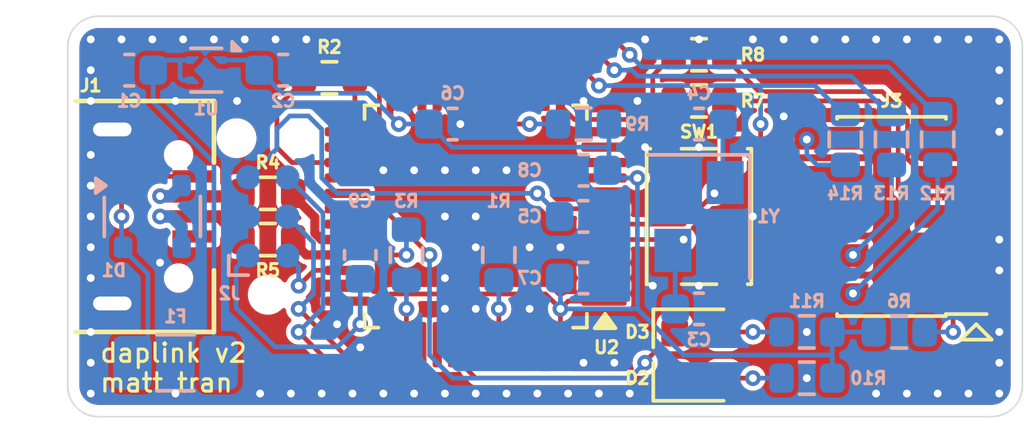
<source format=kicad_pcb>
(kicad_pcb (version 20240108) (generator "pcbnew") (generator_version "8.0")
  (layers (0 "F.Cu" signal) (31 "B.Cu" signal) (34 "B.Paste" user) (35 "F.Paste" user) (36 "B.SilkS" user "B.Silkscreen") (37 "F.SilkS" user "F.Silkscreen") (38 "B.Mask" user) (39 "F.Mask" user) (44 "Edge.Cuts" user))
  (net 0 "")
  (net 1 "+5V")
  (net 2 "GND")
  (net 3 "+3V3")
  (net 4 "Net-(U2-PD0)")
  (net 5 "Net-(U2-PD1)")
  (net 6 "/if_nrst")
  (net 7 "Net-(D1-VCC)")
  (net 8 "/usb_d-")
  (net 9 "/usb_d+")
  (net 10 "Net-(D2-A)")
  (net 11 "/led_conn")
  (net 12 "/led_status")
  (net 13 "Net-(D3-A)")
  (net 15 "/if_swdio")
  (net 16 "/if_swclk")
  (net 17 "/if_swo")
  (net 20 "Net-(J3-Pin_1)")
  (net 21 "Net-(J3-Pin_2)")
  (net 22 "Net-(J3-Pin_7)")
  (net 23 "Net-(J3-Pin_10)")
  (net 24 "Net-(J3-Pin_5)")
  (net 25 "Net-(J3-Pin_4)")
  (net 26 "/boot0")
  (net 27 "/tgt_swdio")
  (net 28 "Net-(U2-PB12)")
  (net 29 "Net-(U2-PA12)")
  (net 30 "/usb_conn")
  (net 31 "Net-(U2-PA11)")
  (net 32 "/tgt_tx")
  (net 33 "/tgt_rx")
  (net 34 "/tgt_nrst")
  (net 35 "/tgt_swclk")
  (footprint "Resistor_SMD:R_0603_1608Metric" (layer "F.Cu") (at 145.25 95.5)
    (property "Reference" "R2")
    (property "Value" "100")
  )
  (footprint "extraparts:USB_Micro-B_U254-05" (layer "F.Cu") (at 136.75 100 -90)
    (property "Reference" "J1")
    (property "Value" "USB_B_Micro")
  )
  (footprint "LED_SMD:LED_0603_1608Metric" (layer "F.Cu") (at 157.25 103.75)
    (property "Reference" "D3")
    (property "Value" "led_status")
  )
  (footprint "Resistor_SMD:R_0603_1608Metric" (layer "F.Cu") (at 157.25 96.25)
    (property "Reference" "R7")
    (property "Value" "220")
  )
  (footprint "Resistor_SMD:R_0603_1608Metric" (layer "F.Cu") (at 143.25 100.75 180)
    (property "Reference" "R5")
    (property "Value" "22")
  )
  (footprint "Package_QFP:LQFP-48_7x7mm_P0.5mm" (layer "F.Cu") (at 150 100 180)
    (property "Reference" "U2")
    (property "Value" "STM32F103CBTx")
  )
  (footprint "Button_Switch_SMD:SW_SPST_PTS810" (layer "F.Cu") (at 157.25 100 -90)
    (property "Reference" "SW1")
    (property "Value" "SW_SPST")
  )
  (footprint "Connector_PinHeader_1.27mm:PinHeader_2x05_P1.27mm_Vertical_SMD" (layer "F.Cu") (at 163.5 100 180)
    (property "Reference" "J3")
    (property "Value" "tgt_swd")
  )
  (footprint "Resistor_SMD:R_0603_1608Metric" (layer "F.Cu") (at 143.25 99.25 180)
    (property "Reference" "R4")
    (property "Value" "22")
  )
  (footprint "Resistor_SMD:R_0603_1608Metric" (layer "F.Cu") (at 157.25 94.75)
    (property "Reference" "R8")
    (property "Value" "22")
  )
  (footprint "LED_SMD:LED_0603_1608Metric" (layer "F.Cu") (at 157.25 105.25)
    (property "Reference" "D2")
    (property "Value" "led_conn")
  )
  (footprint "Resistor_SMD:R_0603_1608Metric" (layer "B.Cu") (at 160.75 103.75)
    (property "Reference" "R11")
    (property "Value" "220")
  )
  (footprint "Capacitor_SMD:C_0603_1608Metric" (layer "B.Cu") (at 153.5 98.5 180)
    (property "Reference" "C8")
    (property "Value" "100n")
  )
  (footprint "Resistor_SMD:R_0603_1608Metric" (layer "B.Cu") (at 160.75 105.25)
    (property "Reference" "R10")
    (property "Value" "220")
  )
  (footprint "Resistor_SMD:R_0603_1608Metric" (layer "B.Cu") (at 162 97.5 -90)
    (property "Reference" "R14")
    (property "Value" "22")
  )
  (footprint "Capacitor_SMD:C_0603_1608Metric" (layer "B.Cu") (at 153.5 100 180)
    (property "Reference" "C5")
    (property "Value" "100n")
  )
  (footprint "Package_DFN_QFN:UDFN-4-1EP_1x1mm_P0.65mm_EP0.48x0.48mm" (layer "B.Cu") (at 141.25 95.25 180)
    (property "Reference" "U1")
    (property "Value" "LD39020ATPU33R")
  )
  (footprint "Capacitor_SMD:C_0603_1608Metric" (layer "B.Cu") (at 157.25 103 180)
    (property "Reference" "C3")
    (property "Value" "20p")
  )
  (footprint "Capacitor_SMD:C_0603_1608Metric" (layer "B.Cu") (at 138.75 95.25 180)
    (property "Reference" "C1")
    (property "Value" "1u")
  )
  (footprint "Capacitor_SMD:C_0603_1608Metric" (layer "B.Cu") (at 146.25 101.25 90)
    (property "Reference" "C9")
    (property "Value" "100n")
  )
  (footprint "Capacitor_SMD:C_0603_1608Metric" (layer "B.Cu") (at 157.25 97 180)
    (property "Reference" "C4")
    (property "Value" "20p")
  )
  (footprint "Resistor_SMD:R_0603_1608Metric" (layer "B.Cu") (at 165 97.5 -90)
    (property "Reference" "R12")
    (property "Value" "22")
  )
  (footprint "Capacitor_SMD:C_0603_1608Metric" (layer "B.Cu") (at 153.5 102)
    (property "Reference" "C7")
    (property "Value" "100n")
  )
  (footprint "Capacitor_SMD:C_0603_1608Metric" (layer "B.Cu") (at 149.25 97)
    (property "Reference" "C6")
    (property "Value" "100n")
  )
  (footprint "Resistor_SMD:R_0603_1608Metric" (layer "B.Cu") (at 150.75 101.25 90)
    (property "Reference" "R1")
    (property "Value" "10k")
  )
  (footprint "Fuse:Fuse_1206_3216Metric" (layer "B.Cu") (at 140.25 104.75)
    (property "Reference" "F1")
    (property "Value" "500mA")
  )
  (footprint "Capacitor_SMD:C_0603_1608Metric" (layer "B.Cu") (at 143.75 95.25)
    (property "Reference" "C2")
    (property "Value" "4u7")
  )
  (footprint "Resistor_SMD:R_0603_1608Metric" (layer "B.Cu") (at 163.75 103.75)
    (property "Reference" "R6")
    (property "Value" "0")
  )
  (footprint "Connector:Tag-Connect_TC2030-IDC-NL_2x03_P1.27mm_Vertical" (layer "B.Cu") (at 143.25 100 90)
    (property "Reference" "J2")
    (property "Value" "if_swd")
  )
  (footprint "Package_TO_SOT_SMD:SOT-143" (layer "B.Cu") (at 139.5 100 -90)
    (property "Reference" "D1")
    (property "Value" "PRTR5V0U2X")
  )
  (footprint "Resistor_SMD:R_0603_1608Metric" (layer "B.Cu") (at 163.5 97.5 -90)
    (property "Reference" "R13")
    (property "Value" "22")
  )
  (footprint "Resistor_SMD:R_0603_1608Metric" (layer "B.Cu") (at 147.75 101.25 -90)
    (property "Reference" "R3")
    (property "Value" "1k5")
  )
  (footprint "Resistor_SMD:R_0603_1608Metric" (layer "B.Cu") (at 153.5 97 180)
    (property "Reference" "R9")
    (property "Value" "10k")
  )
  (footprint "Crystal:Crystal_SMD_3225-4Pin_3.2x2.5mm" (layer "B.Cu") (at 157.25 100 -90)
    (property "Reference" "Y1")
    (property "Value" "8MHz")
  )
  (gr_line (start 166.25 103.5) (end 165.75 104) (stroke (width 0.12)) (layer "F.SilkS"))
  (gr_line (start 165.75 104) (end 166.75 104) (stroke (width 0.12)) (layer "F.SilkS"))
  (gr_line (start 166.75 104) (end 166.25 103.5) (stroke (width 0.12)) (layer "F.SilkS"))
  (gr_line (start 166.75 93.5) (end 137.75 93.5) (stroke (width 0.05)) (layer "Edge.Cuts"))
  (gr_arc (start 167.75 105.5) (mid 167.457107 106.207107) (end 166.75 106.5) (stroke (width 0.05)) (layer "Edge.Cuts"))
  (gr_arc (start 137.75 106.5) (mid 137.042893 106.207107) (end 136.75 105.5) (stroke (width 0.05)) (layer "Edge.Cuts"))
  (gr_line (start 136.75 105.5) (end 136.75 94.5) (stroke (width 0.05)) (layer "Edge.Cuts"))
  (gr_arc (start 136.75 94.5) (mid 137.042893 93.792893) (end 137.75 93.5) (stroke (width 0.05)) (layer "Edge.Cuts"))
  (gr_line (start 137.75 106.5) (end 166.75 106.5) (stroke (width 0.05)) (layer "Edge.Cuts"))
  (gr_arc (start 166.75 93.5) (mid 167.457107 93.792893) (end 167.75 94.5) (stroke (width 0.05)) (layer "Edge.Cuts"))
  (gr_line (start 167.75 105.5) (end 167.75 94.5) (stroke (width 0.05)) (layer "Edge.Cuts"))
  (gr_text "daplink v2\nmatt tran" (at 137.75 105.75 0) (layer "F.SilkS") (effects (font (size 0.6 0.6) (thickness 0.1) (bold yes)) (justify left bottom)))
  (segment (start 141.5 98.25) (end 139.525 96.275) (width 0.1524) (layer "B.Cu") (net 1))
  (segment (start 140.4 94.925) (end 139.85 94.925) (width 0.1524) (layer "B.Cu") (net 1))
  (segment (start 139.85 94.925) (end 139.525 95.25) (width 0.1524) (layer "B.Cu") (net 1))
  (segment (start 139.525 96.275) (end 139.525 95.25) (width 0.1524) (layer "B.Cu") (net 1))
  (segment (start 140.475 95.575) (end 140.4 95.5) (width 0.1524) (layer "B.Cu") (net 1))
  (segment (start 141.5 104.6) (end 141.5 98.25) (width 0.1524) (layer "B.Cu") (net 1))
  (segment (start 140.71 95.575) (end 140.475 95.575) (width 0.1524) (layer "B.Cu") (net 1))
  (segment (start 140.71 94.925) (end 140.4 94.925) (width 0.1524) (layer "B.Cu") (net 1))
  (segment (start 140.4 95.5) (end 140.4 94.925) (width 0.1524) (layer "B.Cu") (net 1))
  (segment (start 141.65 104.75) (end 141.5 104.6) (width 0.1524) (layer "B.Cu") (net 1))
  (via (at 162 94.25) (size 0.508) (drill 0.254) (layers "F.Cu" "B.Cu") (net 2))
  (via (at 155.5 94.25) (size 0.508) (drill 0.254) (layers "F.Cu" "B.Cu") (net 2))
  (via (at 149 98.5) (size 0.508) (drill 0.254) (layers "F.Cu" "B.Cu") (net 2))
  (via (at 150 98.5) (size 0.508) (drill 0.254) (layers "F.Cu" "B.Cu") (net 2))
  (via (at 167 96.25) (size 0.508) (drill 0.254) (layers "F.Cu" "B.Cu") (net 2))
  (via (at 151 98.5) (size 0.508) (drill 0.254) (layers "F.Cu" "B.Cu") (net 2))
  (via (at 166 105.75) (size 0.508) (drill 0.254) (layers "F.Cu" "B.Cu") (net 2))
  (via (at 137.5 103.75) (size 0.508) (drill 0.254) (layers "F.Cu" "B.Cu") (net 2))
  (via (at 167 97.25) (size 0.508) (drill 0.254) (layers "F.Cu" "B.Cu") (net 2))
  (via (at 165 94.25) (size 0.508) (drill 0.254) (layers "F.Cu" "B.Cu") (net 2))
  (via (at 137.5 94.25) (size 0.508) (drill 0.254) (layers "F.Cu" "B.Cu") (net 2))
  (via (at 144.5 94.25) (size 0.508) (drill 0.254) (layers "F.Cu" "B.Cu") (net 2))
  (via (at 155.75 102.25) (size 0.508) (drill 0.254) (layers "F.Cu" "B.Cu") (net 2))
  (via (at 159 100) (size 0.508) (drill 0.254) (layers "F.Cu" "B.Cu") (net 2))
  (via (at 149 100) (size 0.508) (drill 0.254) (layers "F.Cu" "B.Cu") (net 2))
  (via (at 167 100.75) (size 0.508) (drill 0.254) (layers "F.Cu" "B.Cu") (net 2))
  (via (at 160.75 105.25) (size 0.508) (drill 0.254) (layers "F.Cu" "B.Cu") (net 2))
  (via (at 160.75 103.75) (size 0.508) (drill 0.254) (layers "F.Cu" "B.Cu") (net 2))
  (via (at 137.5 99) (size 0.508) (drill 0.254) (layers "F.Cu" "B.Cu") (net 2))
  (via (at 147 105.75) (size 0.508) (drill 0.254) (layers "F.Cu" "B.Cu") (net 2))
  (via (at 147 98.5) (size 0.508) (drill 0.254) (layers "F.Cu" "B.Cu") (net 2))
  (via (at 140.5 94.25) (size 0.508) (drill 0.254) (layers "F.Cu" "B.Cu") (net 2))
  (via (at 155 105.75) (size 0.508) (drill 0.254) (layers "F.Cu" "B.Cu") (net 2))
  (via (at 167 103.75) (size 0.508) (drill 0.254) (layers "F.Cu" "B.Cu") (net 2))
  (via (at 163 94.25) (size 0.508) (drill 0.254) (layers "F.Cu" "B.Cu") (net 2))
  (via (at 166 94.25) (size 0.508) (drill 0.254) (layers "F.Cu" "B.Cu") (net 2))
  (via (at 148 98.5) (size 0.508) (drill 0.254) (layers "F.Cu" "B.Cu") (net 2))
  (via (at 137.5 96.25) (size 0.508) (drill 0.254) (layers "F.Cu" "B.Cu") (net 2))
  (via (at 155.25 96.25) (size 0.508) (drill 0.254) (layers "F.Cu" "B.Cu") (net 2))
  (via (at 151.75 103) (size 0.508) (drill 0.254) (layers "F.Cu" "B.Cu") (net 2))
  (via (at 137.5 98) (size 0.508) (drill 0.254) (layers "F.Cu" "B.Cu") (net 2))
  (via (at 140.25 96.25) (size 0.508) (drill 0.254) (layers "F.Cu" "B.Cu") (net 2))
  (via (at 150 105.75) (size 0.508) (drill 0.254) (layers "F.Cu" "B.Cu") (net 2))
  (via (at 167 94.25) (size 0.508) (drill 0.254) (layers "F.Cu" "B.Cu") (net 2))
  (via (at 151.75 101) (size 0.508) (drill 0.254) (layers "F.Cu" "B.Cu") (net 2))
  (via (at 149 103) (size 0.508) (drill 0.254) (layers "F.Cu" "B.Cu") (net 2))
  (via (at 149 102) (size 0.508) (drill 0.254) (layers "F.Cu" "B.Cu") (net 2))
  (via (at 137.5 101) (size 0.508) (drill 0.254) (layers "F.Cu" "B.Cu") (net 2))
  (via (at 167 95.25) (size 0.508) (drill 0.254) (layers "F.Cu" "B.Cu") (net 2))
  (via (at 164 105.75) (size 0.508) (drill 0.254) (layers "F.Cu" "B.Cu") (net 2))
  (via (at 142.5 94.25) (size 0.508) (drill 0.254) (layers "F.Cu" "B.Cu") (net 2))
  (via (at 150 100) (size 0.508) (drill 0.254) (layers "F.Cu" "B.Cu") (net 2))
  (via (at 143.5 94.25) (size 0.508) (drill 0.254) (layers "F.Cu" "B.Cu") (net 2))
  (via (at 157.25 97.75) (size 0.508) (drill 0.254) (layers "F.Cu" "B.Cu") (net 2))
  (via (at 145.5 103.5) (size 0.508) (drill 0.254) (layers "F.Cu" "B.Cu") (net 2))
  (via (at 167 105.75) (size 0.508) (drill 0.254) (layers "F.Cu" "B.Cu") (net 2))
  (via (at 149 105.75) (size 0.508) (drill 0.254) (layers "F.Cu" "B.Cu") (net 2))
  (via (at 153.5 96.25) (size 0.508) (drill 0.254) (layers "F.Cu" "B.Cu") (net 2))
  (via (at 137.5 95.25) (size 0.508) (drill 0.254) (layers "F.Cu" "B.Cu") (net 2))
  (via (at 154 105.75) (size 0.508) (drill 0.254) (layers "F.Cu" "B.Cu") (net 2))
  (via (at 152 105.75) (size 0.508) (drill 0.254) (layers "F.Cu" "B.Cu") (net 2))
  (via (at 137.5 105.75) (size 0.508) (drill 0.254) (layers "F.Cu" "B.Cu") (net 2))
  (via (at 167 101.75) (size 0.508) (drill 0.254) (layers "F.Cu" "B.Cu") (net 2))
  (via (at 148 105.75) (size 0.508) (drill 0.254) (layers "F.Cu" "B.Cu") (net 2))
  (via (at 143 105.75) (size 0.508) (drill 0.254) (layers "F.Cu" "B.Cu") (net 2))
  (via (at 150 103) (size 0.508) (drill 0.254) (layers "F.Cu" "B.Cu") (net 2))
  (via (at 160 94.25) (size 0.508) (drill 0.254) (layers "F.Cu" "B.Cu") (net 2))
  (via (at 153 105.75) (size 0.508) (drill 0.254) (layers "F.Cu" "B.Cu") (net 2))
  (via (at 145 105.75) (size 0.508) (drill 0.254) (layers "F.Cu" "B.Cu") (net 2))
  (via (at 163 105.75) (size 0.508) (drill 0.254) (layers "F.Cu" "B.Cu") (net 2))
  (via (at 146.25 104.25) (size 0.508) (drill 0.254) (layers "F.Cu" "B.Cu") (net 2))
  (via (at 167 104.75) (size 0.508) (drill 0.254) (layers "F.Cu" "B.Cu") (net 2))
  (via (at 137.5 104.75) (size 0.508) (drill 0.254) (layers "F.Cu" "B.Cu") (net 2))
  (via (at 142.25 96.25) (size 0.508) (drill 0.254) (layers "F.Cu" "B.Cu") (net 2))
  (via (at 154.5 104.75) (size 0.508) (drill 0.254) (layers "F.Cu" "B.Cu") (net 2))
  (via (at 159 94.25) (size 0.508) (drill 0.254) (layers "F.Cu" "B.Cu") (net 2))
  (via (at 161 94.25) (size 0.508) (drill 0.254) (layers "F.Cu" "B.Cu") (net 2))
  (via (at 157.25 94.25) (size 0.508) (drill 0.254) (layers "F.Cu" "B.Cu") (net 2))
  (via (at 152.75 101) (size 0.508) (drill 0.254) (layers "F.Cu" "B.Cu") (net 2))
  (via (at 150 101) (size 0.508) (drill 0.254) (layers "F.Cu" "B.Cu") (net 2))
  (via (at 140.25 105.75) (size 0.508) (drill 0.254) (layers "F.Cu" "B.Cu") (net 2))
  (via (at 146 105.75) (size 0.508) (drill 0.254) (layers "F.Cu" "B.Cu") (net 2))
  (via (at 149.5 97) (size 0.508) (drill 0.254) (layers "F.Cu" "B.Cu") (net 2))
  (via (at 151 105.75) (size 0.508) (drill 0.254) (layers "F.Cu" "B.Cu") (net 2))
  (via (at 164 94.25) (size 0.508) (drill 0.254) (layers "F.Cu" "B.Cu") (net 2))
  (via (at 137.5 102) (size 0.508) (drill 0.254) (layers "F.Cu" "B.Cu") (net 2))
  (via (at 139.75 101.5) (size 0.508) (drill 0.254) (layers "F.Cu" "B.Cu") (net 2))
  (via (at 139.5 94.25) (size 0.508) (drill 0.254) (layers "F.Cu" "B.Cu") (net 2))
  (via (at 157.25 102.25) (size 0.508) (drill 0.254) (layers "F.Cu" "B.Cu") (net 2))
  (via (at 144 105.75) (size 0.508) (drill 0.254) (layers "F.Cu" "B.Cu") (net 2))
  (via (at 155.5 97.75) (size 0.508) (drill 0.254) (layers "F.Cu" "B.Cu") (net 2))
  (via (at 141.5 94.25) (size 0.508) (drill 0.254) (layers "F.Cu" "B.Cu") (net 2))
  (via (at 153.5 104.75) (size 0.508) (drill 0.254) (layers "F.Cu" "B.Cu") (net 2))
  (via (at 138.5 94.25) (size 0.508) (drill 0.254) (layers "F.Cu" "B.Cu") (net 2))
  (via (at 137.5 100) (size 0.508) (drill 0.254) (layers "F.Cu" "B.Cu") (net 2))
  (via (at 160 96.75) (size 0.508) (drill 0.254) (layers "F.Cu" "B.Cu") (net 2))
  (via (at 165 105.75) (size 0.508) (drill 0.254) (layers "F.Cu" "B.Cu") (net 2))
  (segment (start 152.2674 102.5174) (end 152.75 103) (width 0.1524) (layer "F.Cu") (net 3))
  (segment (start 146.25 102.75) (end 145.8375 102.75) (width 0.1524) (layer "F.Cu") (net 3))
  (segment (start 154.1625 98.75) (end 155.25 98.75) (width 0.1524) (layer "F.Cu") (net 3))
  (segment (start 147.2326 102.5174) (end 152.2674 102.5174) (width 0.1524) (layer "F.Cu") (net 3))
  (segment (start 154.1625 102.75) (end 153 102.75) (width 0.1524) (layer "F.Cu") (net 3))
  (segment (start 145.8375 102.75) (end 147 102.75) (width 0.1524) (layer "F.Cu") (net 3))
  (segment (start 152.75 104.1625) (end 152.75 103) (width 0.1524) (layer "F.Cu") (net 3))
  (segment (start 153 102.75) (end 152.75 103) (width 0.1524) (layer "F.Cu") (net 3))
  (segment (start 147 102.75) (end 147.2326 102.5174) (width 0.1524) (layer "F.Cu") (net 3))
  (segment (start 146.25 103.5) (end 146.25 102.75) (width 0.1524) (layer "F.Cu") (net 3))
  (segment (start 147.25 96.75) (end 147.25 95.8375) (width 0.1524) (layer "F.Cu") (net 3))
  (segment (start 147.5 97) (end 147.25 96.75) (width 0.1524) (layer "F.Cu") (net 3))
  (via (at 155.25 98.75) (size 0.508) (drill 0.254) (layers "F.Cu" "B.Cu") (net 3))
  (via (at 147.5 97) (size 0.508) (drill 0.254) (layers "F.Cu" "B.Cu") (net 3))
  (via (at 146.25 103.5) (size 0.508) (drill 0.254) (layers "F.Cu" "B.Cu") (net 3))
  (via (at 152.75 103) (size 0.508) (drill 0.254) (layers "F.Cu" "B.Cu") (net 3))
  (segment (start 142.221301 101.663699) (end 142.615 101.27) (width 0.1524) (layer "B.Cu") (net 3))
  (segment (start 152.75 102.025) (end 152.725 102) (width 0.1524) (layer "B.Cu") (net 3))
  (segment (start 148.475 97) (end 147.5 97) (width 0.1524) (layer "B.Cu") (net 3))
  (segment (start 161.575 104.5) (end 161.575 105.25) (width 0.1524) (layer "B.Cu") (net 3))
  (segment (start 154.325 97.75) (end 154.325 98.45) (width 0.1524) (layer "B.Cu") (net 3))
  (segment (start 154.525 98.75) (end 154.275 98.5) (width 0.1524) (layer "B.Cu") (net 3))
  (segment (start 141.79 94.925) (end 142.65 94.925) (width 0.1524) (layer "B.Cu") (net 3))
  (segment (start 154.325 97) (end 154.325 97.75) (width 0.1524) (layer "B.Cu") (net 3))
  (segment (start 142.221301 102.971301) (end 142.221301 101.663699) (width 0.1524) (layer "B.Cu") (net 3))
  (segment (start 161.575 103.75) (end 161.575 104.5) (width 0.1524) (layer "B.Cu") (net 3))
  (segment (start 155.25 103) (end 155.25 98.75) (width 0.1524) (layer "B.Cu") (net 3))
  (segment (start 146.5 96) (end 147.5 97) (width 0.1524) (layer "B.Cu") (net 3))
  (segment (start 146.25 102.025) (end 146.25 103.5) (width 0.1524) (layer "B.Cu") (net 3))
  (segment (start 143.725 96) (end 146.5 96) (width 0.1524) (layer "B.Cu") (net 3))
  (segment (start 155.25 98.75) (end 154.525 98.75) (width 0.1524) (layer "B.Cu") (net 3))
  (segment (start 162.925 103.75) (end 161.575 103.75) (width 0.1524) (layer "B.Cu") (net 3))
  (segment (start 154.325 98.45) (end 154.275 98.5) (width 0.1524) (layer "B.Cu") (net 3))
  (segment (start 152.75 103) (end 152.75 102.025) (width 0.1524) (layer "B.Cu") (net 3))
  (segment (start 161.575 104.5) (end 156.75 104.5) (width 0.1524) (layer "B.Cu") (net 3))
  (segment (start 154.325 97.75) (end 149.225 97.75) (width 0.1524) (layer "B.Cu") (net 3))
  (segment (start 146.25 103.5) (end 145.5174 104.2326) (width 0.1524) (layer "B.Cu") (net 3))
  (segment (start 143.4826 104.2326) (end 142.221301 102.971301) (width 0.1524) (layer "B.Cu") (net 3))
  (segment (start 145.5174 104.2326) (end 143.4826 104.2326) (width 0.1524) (layer "B.Cu") (net 3))
  (segment (start 149.225 97.75) (end 148.475 97) (width 0.1524) (layer "B.Cu") (net 3))
  (segment (start 152.75 103) (end 155.25 103) (width 0.1524) (layer "B.Cu") (net 3))
  (segment (start 142.975 95.25) (end 143.725 96) (width 0.1524) (layer "B.Cu") (net 3))
  (segment (start 156.75 104.5) (end 155.25 103) (width 0.1524) (layer "B.Cu") (net 3))
  (segment (start 142.65 94.925) (end 142.975 95.25) (width 0.1524) (layer "B.Cu") (net 3))
  (segment (start 154.1625 100.75) (end 156.75 100.75) (width 0.1524) (layer "F.Cu") (net 4))
  (via (at 156.75 100.75) (size 0.508) (drill 0.254) (layers "F.Cu" "B.Cu") (net 4))
  (segment (start 156.475 101.175) (end 156.4 101.1) (width 0.1524) (layer "B.Cu") (net 4))
  (segment (start 156.475 103) (end 156.475 101.175) (width 0.1524) (layer "B.Cu") (net 4))
  (segment (start 156.75 100.25) (end 157.75 99.25) (width 0.1524) (layer "F.Cu") (net 5))
  (segment (start 154.1625 100.25) (end 156.75 100.25) (width 0.1524) (layer "F.Cu") (net 5))
  (via (at 157.75 99.25) (size 0.508) (drill 0.254) (layers "F.Cu" "B.Cu") (net 5))
  (segment (start 158.025 98.825) (end 158.1 98.9) (width 0.1524) (layer "B.Cu") (net 5))
  (segment (start 158.025 97) (end 158.025 98.825) (width 0.1524) (layer "B.Cu") (net 5))
  (segment (start 152.5 99.75) (end 154.1625 99.75) (width 0.1524) (layer "F.Cu") (net 6))
  (segment (start 152 99.25) (end 152.5 99.75) (width 0.1524) (layer "F.Cu") (net 6))
  (via (at 152 99.25) (size 0.508) (drill 0.254) (layers "F.Cu" "B.Cu") (net 6))
  (segment (start 144.565849 96.7361) (end 143.966151 96.7361) (width 0.1524) (layer "B.Cu") (net 6))
  (segment (start 143.5421 97.8029) (end 142.615 98.73) (width 0.1524) (layer "B.Cu") (net 6))
  (segment (start 145 98.75) (end 145 97.170251) (width 0.1524) (layer "B.Cu") (net 6))
  (segment (start 152 99.25) (end 145.5 99.25) (width 0.1524) (layer "B.Cu") (net 6))
  (segment (start 143.5421 97.160151) (end 143.5421 97.8029) (width 0.1524) (layer "B.Cu") (net 6))
  (segment (start 152.725 100) (end 152.725 99.975) (width 0.1524) (layer "B.Cu") (net 6))
  (segment (start 152.725 99.975) (end 152 99.25) (width 0.1524) (layer "B.Cu") (net 6))
  (segment (start 145 97.170251) (end 144.565849 96.7361) (width 0.1524) (layer "B.Cu") (net 6))
  (segment (start 145.5 99.25) (end 145 98.75) (width 0.1524) (layer "B.Cu") (net 6))
  (segment (start 143.966151 96.7361) (end 143.5421 97.160151) (width 0.1524) (layer "B.Cu") (net 6))
  (segment (start 139.05 98.7) (end 140.85 98.7) (width 0.1524) (layer "F.Cu") (net 7))
  (segment (start 138.5 99.25) (end 139.05 98.7) (width 0.1524) (layer "F.Cu") (net 7))
  (segment (start 138.5 100) (end 138.5 99.25) (width 0.1524) (layer "F.Cu") (net 7))
  (via (at 138.5 100) (size 0.508) (drill 0.254) (layers "F.Cu" "B.Cu") (net 7))
  (segment (start 138.55 101.05) (end 139.3536 101.8536) (width 0.1524) (layer "B.Cu") (net 7))
  (segment (start 138.5 100.95) (end 138.55 101) (width 0.1524) (layer "B.Cu") (net 7))
  (segment (start 139.3536 101.8536) (end 139.3536 104.2464) (width 0.1524) (layer "B.Cu") (net 7))
  (segment (start 138.55 101) (end 138.55 101.05) (width 0.1524) (layer "B.Cu") (net 7))
  (segment (start 138.5 100) (end 138.5 100.95) (width 0.1524) (layer "B.Cu") (net 7))
  (segment (start 139.3536 104.2464) (end 138.85 104.75) (width 0.1524) (layer "B.Cu") (net 7))
  (segment (start 139.760403 99.35) (end 139.75 99.339597) (width 0.4) (layer "F.Cu") (net 8))
  (segment (start 142.325 99.35) (end 142.425 99.25) (width 0.4) (layer "F.Cu") (net 8))
  (segment (start 140.85 99.35) (end 139.760403 99.35) (width 0.4) (layer "F.Cu") (net 8))
  (segment (start 140.85 99.35) (end 142.325 99.35) (width 0.4) (layer "F.Cu") (net 8))
  (via (at 139.75 99.339597) (size 0.508) (drill 0.254) (layers "F.Cu" "B.Cu") (net 8))
  (segment (start 139.75 99.339597) (end 140.110403 99.339597) (width 0.4) (layer "B.Cu") (net 8))
  (segment (start 140.110403 99.339597) (end 140.45 99) (width 0.4) (layer "B.Cu") (net 8))
  (segment (start 140.85 100) (end 141.675 100) (width 0.4) (layer "F.Cu") (net 9))
  (segment (start 141.675 100) (end 142.425 100.75) (width 0.4) (layer "F.Cu") (net 9))
  (segment (start 140.85 100) (end 139.75 100) (width 0.4) (layer "F.Cu") (net 9))
  (via (at 139.75 100) (size 0.508) (drill 0.254) (layers "F.Cu" "B.Cu") (net 9))
  (segment (start 139.75 100) (end 140.125 100) (width 0.4) (layer "B.Cu") (net 9))
  (segment (start 140.45 100.325) (end 140.45 101) (width 0.4) (layer "B.Cu") (net 9))
  (segment (start 140.125 100) (end 140.45 100.325) (width 0.4) (layer "B.Cu") (net 9))
  (segment (start 158.0375 105.25) (end 159 105.25) (width 0.1524) (layer "F.Cu") (net 10))
  (via (at 159 105.25) (size 0.508) (drill 0.254) (layers "F.Cu" "B.Cu") (net 10))
  (segment (start 159 105.25) (end 159.925 105.25) (width 0.1524) (layer "B.Cu") (net 10))
  (segment (start 150 105.25) (end 149.75 105) (width 0.1524) (layer "F.Cu") (net 11))
  (segment (start 149.75 105) (end 149.75 104.1625) (width 0.1524) (layer "F.Cu") (net 11))
  (segment (start 156.4625 105.25) (end 150 105.25) (width 0.1524) (layer "F.Cu") (net 11))
  (segment (start 147 99.75) (end 148.5 101.25) (width 0.1524) (layer "F.Cu") (net 12))
  (segment (start 155.5 104.7125) (end 156.4625 103.75) (width 0.1524) (layer "F.Cu") (net 12))
  (segment (start 145.8375 99.75) (end 147 99.75) (width 0.1524) (layer "F.Cu") (net 12))
  (segment (start 155.5 104.75) (end 155.5 104.7125) (width 0.1524) (layer "F.Cu") (net 12))
  (via (at 155.5 104.75) (size 0.508) (drill 0.254) (layers "F.Cu" "B.Cu") (net 12))
  (via (at 148.5 101.25) (size 0.508) (drill 0.254) (layers "F.Cu" "B.Cu") (net 12))
  (segment (start 155 105.25) (end 149.25 105.25) (width 0.1524) (layer "B.Cu") (net 12))
  (segment (start 155.5 104.75) (end 155 105.25) (width 0.1524) (layer "B.Cu") (net 12))
  (segment (start 148.5 104.5) (end 148.5 101.25) (width 0.1524) (layer "B.Cu") (net 12))
  (segment (start 149.25 105.25) (end 148.5 104.5) (width 0.1524) (layer "B.Cu") (net 12))
  (segment (start 158.0375 103.75) (end 159 103.75) (width 0.1524) (layer "F.Cu") (net 13))
  (via (at 159 103.75) (size 0.508) (drill 0.254) (layers "F.Cu" "B.Cu") (net 13))
  (segment (start 159 103.75) (end 159.925 103.75) (width 0.1524) (layer "B.Cu") (net 13))
  (segment (start 144.75 101.75) (end 145.8375 101.75) (width 0.1524) (layer "F.Cu") (net 15))
  (segment (start 144.25 102.25) (end 144.75 101.75) (width 0.1524) (layer "F.Cu") (net 15))
  (via (at 144.25 102.25) (size 0.508) (drill 0.254) (layers "F.Cu" "B.Cu") (net 15))
  (segment (start 144.25 102.25) (end 144.25 101.635) (width 0.1524) (layer "B.Cu") (net 15))
  (segment (start 144.25 101.635) (end 143.885 101.27) (width 0.1524) (layer "B.Cu") (net 15))
  (segment (start 146.1952 104.9452) (end 144.25 103) (width 0.1524) (layer "F.Cu") (net 16))
  (segment (start 147.0548 104.9452) (end 146.1952 104.9452) (width 0.1524) (layer "F.Cu") (net 16))
  (segment (start 147.25 104.1625) (end 147.25 104.75) (width 0.1524) (layer "F.Cu") (net 16))
  (segment (start 147.25 104.75) (end 147.0548 104.9452) (width 0.1524) (layer "F.Cu") (net 16))
  (via (at 144.25 103) (size 0.508) (drill 0.254) (layers "F.Cu" "B.Cu") (net 16))
  (segment (start 144.7326 100.8476) (end 143.885 100) (width 0.1524) (layer "B.Cu") (net 16))
  (segment (start 144.25 103) (end 144.7326 102.5174) (width 0.1524) (layer "B.Cu") (net 16))
  (segment (start 144.7326 102.5174) (end 144.7326 100.8476) (width 0.1524) (layer "B.Cu") (net 16))
  (segment (start 145.75 105.25) (end 144.25 103.75) (width 0.1524) (layer "F.Cu") (net 17))
  (segment (start 148.25 105) (end 148 105.25) (width 0.1524) (layer "F.Cu") (net 17))
  (segment (start 148 105.25) (end 145.75 105.25) (width 0.1524) (layer "F.Cu") (net 17))
  (segment (start 148.25 104.1625) (end 148.25 105) (width 0.1524) (layer "F.Cu") (net 17))
  (via (at 144.25 103.75) (size 0.508) (drill 0.254) (layers "F.Cu" "B.Cu") (net 17))
  (segment (start 144.25 103.75) (end 145.0374 102.9626) (width 0.1524) (layer "B.Cu") (net 17))
  (segment (start 145.0374 102.9626) (end 145.0374 99.8824) (width 0.1524) (layer "B.Cu") (net 17))
  (segment (start 145.0374 99.8824) (end 143.885 98.73) (width 0.1524) (layer "B.Cu") (net 17))
  (segment (start 165.5 103.75) (end 165.5 102.59) (width 0.1524) (layer "F.Cu") (net 20))
  (segment (start 165.5 102.59) (end 165.45 102.54) (width 0.1524) (layer "F.Cu") (net 20))
  (via (at 165.5 103.75) (size 0.508) (drill 0.254) (layers "F.Cu" "B.Cu") (net 20))
  (segment (start 164.575 103.75) (end 165.5 103.75) (width 0.1524) (layer "B.Cu") (net 20))
  (via (at 162.25 102.5) (size 0.508) (drill 0.254) (layers "F.Cu" "B.Cu") (net 21))
  (segment (start 165 99.75) (end 162.25 102.5) (width 0.1524) (layer "B.Cu") (net 21))
  (segment (start 165 98.325) (end 165 99.75) (width 0.1524) (layer "B.Cu") (net 21))
  (segment (start 164.0214 98.1314) (end 164.62 98.73) (width 0.1524) (layer "F.Cu") (net 22))
  (segment (start 158.075 94.75) (end 158.075 94.825) (width 0.1524) (layer "F.Cu") (net 22))
  (segment (start 158.075 94.825) (end 159.1952 95.9452) (width 0.1524) (layer "F.Cu") (net 22))
  (segment (start 159.1952 95.9452) (end 163.1952 95.9452) (width 0.1524) (layer "F.Cu") (net 22))
  (segment (start 164.62 98.73) (end 165.45 98.73) (width 0.1524) (layer "F.Cu") (net 22))
  (segment (start 163.1952 95.9452) (end 164.0214 96.7714) (width 0.1524) (layer "F.Cu") (net 22))
  (segment (start 164.0214 96.7714) (end 164.0214 98.1314) (width 0.1524) (layer "F.Cu") (net 22))
  (via (at 160.75 97.5) (size 0.508) (drill 0.254) (layers "F.Cu" "B.Cu") (net 23))
  (segment (start 161.075 98.325) (end 162 98.325) (width 0.1524) (layer "B.Cu") (net 23))
  (segment (start 160.75 98) (end 161.075 98.325) (width 0.1524) (layer "B.Cu") (net 23))
  (segment (start 160.75 97.5) (end 160.75 98) (width 0.1524) (layer "B.Cu") (net 23))
  (segment (start 163.7166 96.897652) (end 163.7166 99.0966) (width 0.1524) (layer "F.Cu") (net 24))
  (segment (start 158.075 96.25) (end 163.068948 96.25) (width 0.1524) (layer "F.Cu") (net 24))
  (segment (start 163.7166 99.0966) (end 164.62 100) (width 0.1524) (layer "F.Cu") (net 24))
  (segment (start 163.068948 96.25) (end 163.7166 96.897652) (width 0.1524) (layer "F.Cu") (net 24))
  (segment (start 164.62 100) (end 165.45 100) (width 0.1524) (layer "F.Cu") (net 24))
  (via (at 162.25 101.25) (size 0.508) (drill 0.254) (layers "F.Cu" "B.Cu") (net 25))
  (segment (start 163.5 98.325) (end 163.5 100) (width 0.1524) (layer "B.Cu") (net 25))
  (segment (start 163.5 100) (end 162.25 101.25) (width 0.1524) (layer "B.Cu") (net 25))
  (segment (start 150.75 104.1625) (end 150.75 103) (width 0.1524) (layer "F.Cu") (net 26))
  (via (at 150.75 103) (size 0.508) (drill 0.254) (layers "F.Cu" "B.Cu") (net 26))
  (segment (start 150.75 103) (end 150.75 102.075) (width 0.1524) (layer "B.Cu") (net 26))
  (segment (start 155 94.75) (end 154.5118 94.2618) (width 0.1524) (layer "F.Cu") (net 27))
  (segment (start 143.5421 97.759849) (end 143.5421 96.4579) (width 0.1524) (layer "F.Cu") (net 27))
  (segment (start 145.6632 94.2618) (end 144.425 95.5) (width 0.1524) (layer "F.Cu") (net 27))
  (segment (start 144.032251 98.25) (end 143.5421 97.759849) (width 0.1524) (layer "F.Cu") (net 27))
  (segment (start 143.5421 96.4579) (end 144.425 95.575) (width 0.1524) (layer "F.Cu") (net 27))
  (segment (start 154.5118 94.2618) (end 145.6632 94.2618) (width 0.1524) (layer "F.Cu") (net 27))
  (segment (start 144.425 95.575) (end 144.425 95.5) (width 0.1524) (layer "F.Cu") (net 27))
  (segment (start 145.8375 98.25) (end 144.032251 98.25) (width 0.1524) (layer "F.Cu") (net 27))
  (via (at 155 94.75) (size 0.508) (drill 0.254) (layers "F.Cu" "B.Cu") (net 27))
  (segment (start 164.925 96.675) (end 165 96.675) (width 0.1524) (layer "B.Cu") (net 27))
  (segment (start 155.3904 95.1404) (end 163.3904 95.1404) (width 0.1524) (layer "B.Cu") (net 27))
  (segment (start 163.3904 95.1404) (end 164.925 96.675) (width 0.1524) (layer "B.Cu") (net 27))
  (segment (start 155 94.75) (end 155.3904 95.1404) (width 0.1524) (layer "B.Cu") (net 27))
  (segment (start 146.075 97.25) (end 145.8375 97.25) (width 0.1524) (layer "F.Cu") (net 28))
  (segment (start 146.075 95.5) (end 146.075 97.25) (width 0.1524) (layer "F.Cu") (net 28))
  (segment (start 147.75 101.25) (end 145.8375 101.25) (width 0.1524) (layer "F.Cu") (net 29))
  (segment (start 145.8375 101.25) (end 144.5 101.25) (width 0.3) (layer "F.Cu") (net 29))
  (segment (start 144.075 100.825) (end 144.075 100.75) (width 0.3) (layer "F.Cu") (net 29))
  (segment (start 144.5 101.25) (end 144.075 100.825) (width 0.3) (layer "F.Cu") (net 29))
  (via (at 147.75 101.25) (size 0.508) (drill 0.254) (layers "F.Cu" "B.Cu") (net 29))
  (segment (start 147.75 100.425) (end 147.75 101.25) (width 0.1524) (layer "B.Cu") (net 29))
  (segment (start 147.75 104.1625) (end 147.75 103) (width 0.1524) (layer "F.Cu") (net 30))
  (via (at 147.75 103) (size 0.508) (drill 0.254) (layers "F.Cu" "B.Cu") (net 30))
  (segment (start 147.75 103) (end 147.75 102.075) (width 0.1524) (layer "B.Cu") (net 30))
  (segment (start 144.986796 100.75) (end 144.7774 100.540604) (width 0.3) (layer "F.Cu") (net 31))
  (segment (start 144.075 99.325) (end 144.075 99.25) (width 0.3) (layer "F.Cu") (net 31))
  (segment (start 144.7774 100.540604) (end 144.7774 100.0274) (width 0.3) (layer "F.Cu") (net 31))
  (segment (start 145.8375 100.75) (end 144.986796 100.75) (width 0.3) (layer "F.Cu") (net 31))
  (segment (start 144.7774 100.0274) (end 144.075 99.325) (width 0.3) (layer "F.Cu") (net 31))
  (segment (start 154.1625 97.25) (end 155.425 97.25) (width 0.1524) (layer "F.Cu") (net 32))
  (segment (start 155.425 97.25) (end 156.425 96.25) (width 0.1524) (layer "F.Cu") (net 32))
  (segment (start 155.393948 96.85) (end 155.746974 96.496974) (width 0.1524) (layer "F.Cu") (net 33))
  (segment (start 155.746974 95.428026) (end 156.425 94.75) (width 0.1524) (layer "F.Cu") (net 33))
  (segment (start 152.75 95.8375) (end 152.75 96.4) (width 0.1524) (layer "F.Cu") (net 33))
  (segment (start 155.746974 96.496974) (end 155.746974 95.428026) (width 0.1524) (layer "F.Cu") (net 33))
  (segment (start 153.2 96.85) (end 155.393948 96.85) (width 0.1524) (layer "F.Cu") (net 33))
  (segment (start 152.75 96.4) (end 153.2 96.85) (width 0.1524) (layer "F.Cu") (net 33))
  (segment (start 153.1214 94.8714) (end 154 95.75) (width 0.1524) (layer "F.Cu") (net 34))
  (segment (start 158.825 97.925) (end 158.325 97.925) (width 0.1524) (layer "F.Cu") (net 34))
  (segment (start 150.25 95.8375) (end 150.25 96.753217) (width 0.1524) (layer "F.Cu") (net 34))
  (segment (start 152.75 94.8714) (end 153.1214 94.8714) (width 0.1524) (layer "F.Cu") (net 34))
  (segment (start 159.25 97) (end 159.25 97.5) (width 0.1524) (layer "F.Cu") (net 34))
  (segment (start 150.3786 94.8714) (end 152.75 94.8714) (width 0.1524) (layer "F.Cu") (net 34))
  (segment (start 150.496783 97) (end 151.75 97) (width 0.1524) (layer "F.Cu") (net 34))
  (segment (start 150.25 95.8375) (end 150.25 95) (width 0.1524) (layer "F.Cu") (net 34))
  (segment (start 150.25 95) (end 150.3786 94.8714) (width 0.1524) (layer "F.Cu") (net 34))
  (segment (start 159.25 97.5) (end 158.825 97.925) (width 0.1524) (layer "F.Cu") (net 34))
  (segment (start 150.25 96.753217) (end 150.496783 97) (width 0.1524) (layer "F.Cu") (net 34))
  (via (at 151.75 97) (size 0.508) (drill 0.254) (layers "F.Cu" "B.Cu") (net 34))
  (via (at 154 95.75) (size 0.508) (drill 0.254) (layers "F.Cu" "B.Cu") (net 34))
  (via (at 159.25 97) (size 0.508) (drill 0.254) (layers "F.Cu" "B.Cu") (net 34))
  (segment (start 159.25 95.75) (end 161.0125 95.75) (width 0.1524) (layer "B.Cu") (net 34))
  (segment (start 161.9375 96.675) (end 162 96.675) (width 0.1524) (layer "B.Cu") (net 34))
  (segment (start 161.0125 95.75) (end 161.9375 96.675) (width 0.1524) (layer "B.Cu") (net 34))
  (segment (start 154 95.75) (end 159.25 95.75) (width 0.1524) (layer "B.Cu") (net 34))
  (segment (start 151.75 97) (end 152.675 97) (width 0.1524) (layer "B.Cu") (net 34))
  (segment (start 159.25 97) (end 159.25 95.75) (width 0.1524) (layer "B.Cu") (net 34))
  (segment (start 146.8714 97.5786) (end 146.7 97.75) (width 0.1524) (layer "F.Cu") (net 35))
  (segment (start 154.5 95.25) (end 153.8166 94.5666) (width 0.1524) (layer "F.Cu") (net 35))
  (segment (start 147.351966 94.5666) (end 146.8714 95.047166) (width 0.1524) (layer "F.Cu") (net 35))
  (segment (start 153.8166 94.5666) (end 147.351966 94.5666) (width 0.1524) (layer "F.Cu") (net 35))
  (segment (start 146.8714 95.047166) (end 146.8714 97.5786) (width 0.1524) (layer "F.Cu") (net 35))
  (segment (start 146.7 97.75) (end 145.8375 97.75) (width 0.1524) (layer "F.Cu") (net 35))
  (via (at 154.5 95.25) (size 0.508) (drill 0.254) (layers "F.Cu" "B.Cu") (net 35))
  (segment (start 162.1952 95.4452) (end 163.425 96.675) (width 0.1524) (layer "B.Cu") (net 35))
  (segment (start 163.425 96.675) (end 163.5 96.675) (width 0.1524) (layer "B.Cu") (net 35))
  (segment (start 154.5 95.25) (end 155.068948 95.25) (width 0.1524) (layer "B.Cu") (net 35))
  (segment (start 155.264148 95.4452) (end 162.1952 95.4452) (width 0.1524) (layer "B.Cu") (net 35))
  (segment (start 155.068948 95.25) (end 155.264148 95.4452) (width 0.1524) (layer "B.Cu") (net 35))
  (zone (net 2) (net_name "GND") (layers "F&B.Cu") (connect_pads yes (clearance 0.1524)) (min_thickness 0.1524) (fill yes (thermal_gap 0.5) (thermal_bridge_width 0.5))
    (polygon (pts (xy 136.75 93.5) (xy 136.75 106.5) (xy 167.75 106.5) (xy 167.75 93.5)))
  )
)
</source>
